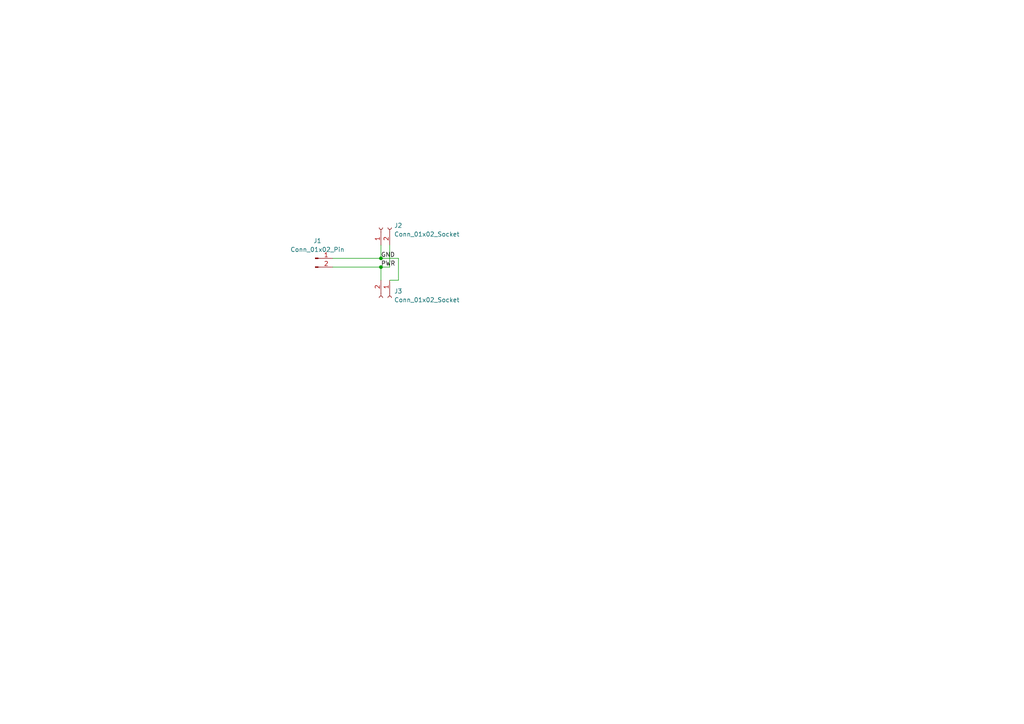
<source format=kicad_sch>
(kicad_sch (version 20231120) (generator "eeschema") (generator_version "8.0")
  (paper "A4")
  (lib_symbols
    (symbol "Connector:Conn_01x02_Pin" (pin_names (offset 1.016) hide)
      (property "Reference" "J" (at 0 2.54 0))
      (property "Value" "Conn_01x02_Pin" (at 0 -5.08 0))
      (symbol "Conn_01x02_Pin_1_1"
        (polyline (pts (xy 1.27 -2.54) (xy 0.8636 -2.54)) (stroke (width 0.1524)))
        (polyline (pts (xy 1.27 0) (xy 0.8636 0)) (stroke (width 0.1524)))
        (rectangle (start 0.8636 -2.413) (end 0 -2.667) (stroke (width 0.1524)) (fill (type outline)))
        (rectangle (start 0.8636 0.127) (end 0 -0.127) (stroke (width 0.1524)) (fill (type outline)))
        (pin passive line (at 5.08 0 180) (length 3.81) (name "Pin_1") (number "1"))
        (pin passive line (at 5.08 -2.54 180) (length 3.81) (name "Pin_2") (number "2"))
      )
    )
    (symbol "Connector:Conn_01x02_Socket" (pin_names (offset 1.016) hide)
      (property "Reference" "J" (at 0 2.54 0))
      (property "Value" "Conn_01x02_Socket" (at 0 -5.08 0))
      (symbol "Conn_01x02_Socket_1_1"
        (arc (start 0 -2.032) (mid -0.5058 -2.54) (end 0 -3.048) (stroke (width 0.1524)))
        (polyline (pts (xy -1.27 -2.54) (xy -0.508 -2.54)) (stroke (width 0.1524)))
        (polyline (pts (xy -1.27 0) (xy -0.508 0)) (stroke (width 0.1524)))
        (arc (start 0 0.508) (mid -0.5058 0) (end 0 -0.508) (stroke (width 0.1524)))
        (pin passive line (at -5.08 0 0) (length 3.81) (name "Pin_1") (number "1"))
        (pin passive line (at -5.08 -2.54 0) (length 3.81) (name "Pin_2") (number "2"))
      )
    )
  )
  (junction (at 110.49 74.93))
  (junction (at 110.49 77.47))
  (wire (pts (xy 96.52 74.93) (xy 110.49 74.93)))
  (wire (pts (xy 110.49 77.47) (xy 113.03 77.47)))
  (wire (pts (xy 110.49 74.93) (xy 110.49 71.12)))
  (wire (pts (xy 115.57 81.28) (xy 113.03 81.28)))
  (wire (pts (xy 96.52 77.47) (xy 110.49 77.47)))
  (wire (pts (xy 110.49 77.47) (xy 110.49 81.28)))
  (wire (pts (xy 113.03 71.12) (xy 113.03 77.47)))
  (wire (pts (xy 110.49 74.93) (xy 115.57 74.93)))
  (wire (pts (xy 115.57 74.93) (xy 115.57 81.28)))
  (label "GND" (at 110.49 74.93 0))
  (label "PWR" (at 110.49 77.47 0))
  (symbol (lib_id "Connector:Conn_01x02_Socket") (at 110.49 66.04 90) (unit 1)
    (property "Reference" "J2" (at 114.3 65.4049 90) (effects (justify right)))
    (property "Value" "Conn_01x02_Socket" (at 114.3 67.9449 90) (effects (justify right)))
    (property "Footprint" "Connector_AMASS:AMASS_XT30PW-F_1x02_P2.50mm_Horizontal" (effects (hide yes)))
    (property "Description" "Generic connector, single row, 01x02, script generated" (effects (hide yes)))
  )
  (symbol (lib_id "Connector:Conn_01x02_Socket") (at 113.03 86.36 270) (unit 1)
    (property "Reference" "J3" (at 114.3 84.4549 90) (effects (justify left)))
    (property "Value" "Conn_01x02_Socket" (at 114.3 86.9949 90) (effects (justify left)))
    (property "Footprint" "Connector_AMASS:AMASS_XT30PW-F_1x02_P2.50mm_Horizontal" (effects (hide yes)))
    (property "Description" "Generic connector, single row, 01x02, script generated" (effects (hide yes)))
  )
  (symbol (lib_id "Connector:Conn_01x02_Pin") (at 91.44 74.93 0) (unit 1)
    (property "Reference" "J1" (at 92.075 69.85 0))
    (property "Value" "Conn_01x02_Pin" (at 92.075 72.39 0))
    (property "Footprint" "Connector_AMASS:AMASS_XT30PW-M_1x02_P2.50mm_Horizontal" (effects (hide yes)))
    (property "Description" "Generic connector, single row, 01x02, script generated" (effects (hide yes)))
  )
)
</source>
